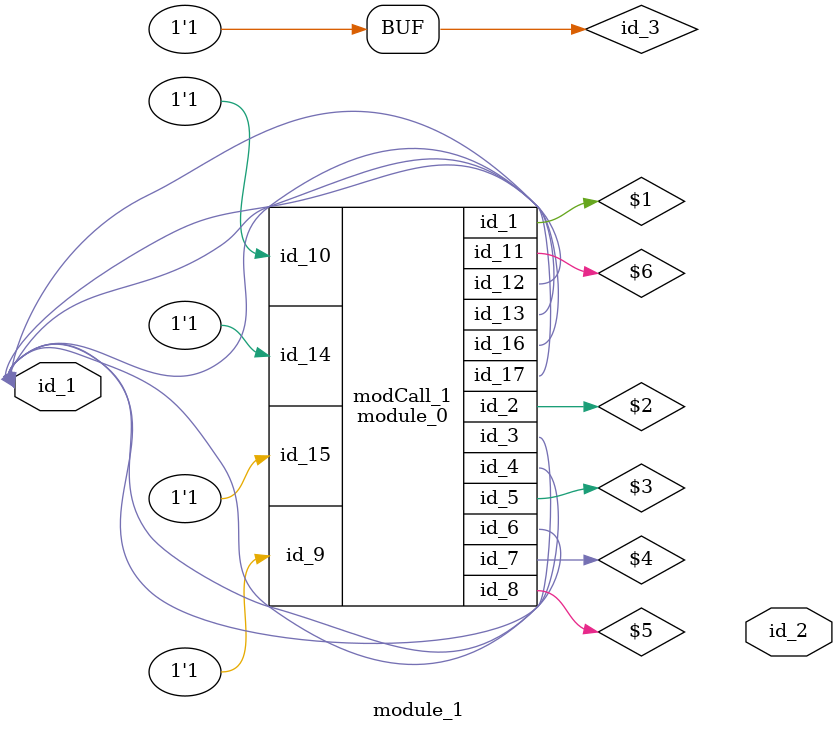
<source format=v>
module module_0 (
    id_1,
    id_2,
    id_3,
    id_4,
    id_5,
    id_6,
    id_7,
    id_8,
    id_9,
    id_10,
    id_11,
    id_12,
    id_13,
    id_14,
    id_15,
    id_16,
    id_17
);
  inout wire id_17;
  inout wire id_16;
  input wire id_15;
  input wire id_14;
  output wire id_13;
  inout wire id_12;
  output wire id_11;
  input wire id_10;
  input wire id_9;
  inout wire id_8;
  inout wire id_7;
  output wire id_6;
  inout wire id_5;
  output wire id_4;
  inout wire id_3;
  inout wire id_2;
  inout wire id_1;
endmodule
module module_1 (
    id_1,
    id_2
);
  output wire id_2;
  inout wire id_1;
  assign id_2[1] = id_1;
  wor id_3 = 1;
  module_0 modCall_1 (
      id_3,
      id_3,
      id_1,
      id_1,
      id_3,
      id_1,
      id_3,
      id_3,
      id_3,
      id_3,
      id_3,
      id_1,
      id_1,
      id_3,
      id_3,
      id_1,
      id_1
  );
endmodule

</source>
